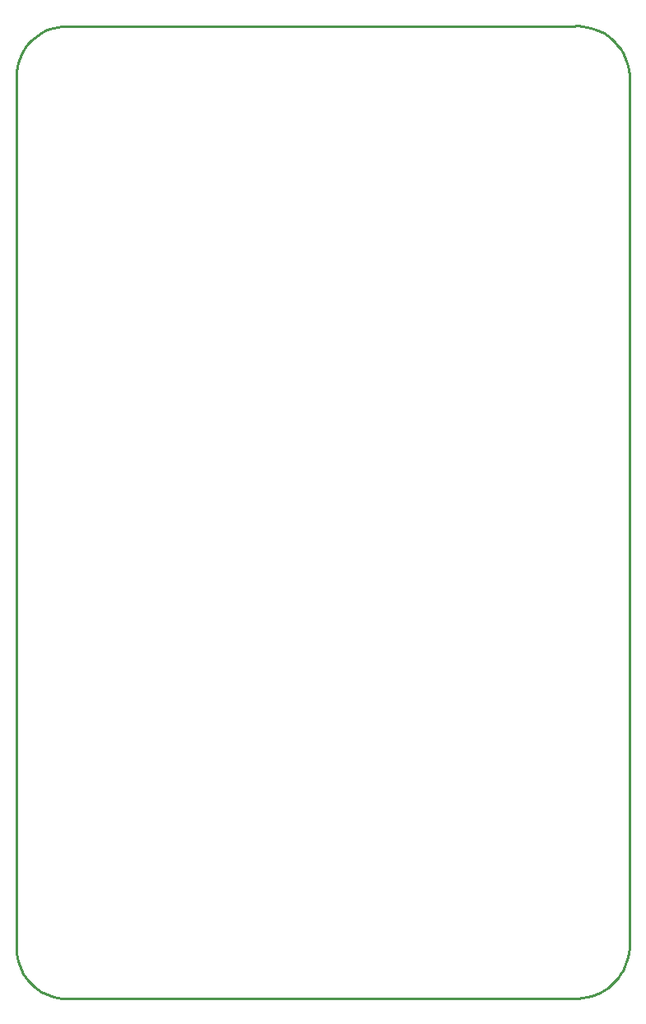
<source format=gbr>
G04 EAGLE Gerber RS-274X export*
G75*
%MOMM*%
%FSLAX34Y34*%
%LPD*%
%IN*%
%IPPOS*%
%AMOC8*
5,1,8,0,0,1.08239X$1,22.5*%
G01*
G04 Define Apertures*
%ADD10C,0.254000*%
D10*
X0Y50821D02*
X0Y50800D01*
X195Y46373D01*
X775Y41979D01*
X1736Y37653D01*
X3071Y33427D01*
X4768Y29333D01*
X6816Y25403D01*
X9199Y21666D01*
X11898Y18151D01*
X14894Y14885D01*
X18162Y11892D01*
X21679Y9196D01*
X25418Y6816D01*
X29350Y4772D01*
X33445Y3077D01*
X37672Y1746D01*
X41999Y789D01*
X46393Y212D01*
X50821Y21D01*
X572591Y233D01*
X572599Y233D01*
X577369Y176D01*
X582126Y536D01*
X586833Y1308D01*
X591455Y2488D01*
X595956Y4066D01*
X600303Y6031D01*
X604462Y8367D01*
X608402Y11056D01*
X612092Y14079D01*
X615505Y17412D01*
X618615Y21029D01*
X621397Y24904D01*
X623831Y29006D01*
X625898Y33305D01*
X627583Y37768D01*
X628872Y42361D01*
X629756Y47049D01*
X630228Y51795D01*
X630228Y950195D01*
X630226Y950217D01*
X629688Y954896D01*
X628743Y959509D01*
X627400Y964023D01*
X625669Y968403D01*
X623563Y972615D01*
X621097Y976627D01*
X618291Y980410D01*
X615167Y983933D01*
X611747Y987171D01*
X608057Y990098D01*
X604127Y992692D01*
X599986Y994934D01*
X595665Y996807D01*
X591197Y998296D01*
X586616Y999390D01*
X581958Y1000080D01*
X577257Y1000362D01*
X572549Y1000233D01*
X50779Y1000021D01*
X50772Y1000021D01*
X46345Y999826D01*
X41953Y999247D01*
X37628Y998287D01*
X33403Y996953D01*
X29310Y995256D01*
X25381Y993210D01*
X21645Y990828D01*
X18130Y988130D01*
X14865Y985136D01*
X11872Y981868D01*
X9176Y978353D01*
X6797Y974615D01*
X4752Y970685D01*
X3058Y966591D01*
X1727Y962366D01*
X769Y958040D01*
X192Y953647D01*
X0Y949221D01*
X0Y50821D01*
M02*

</source>
